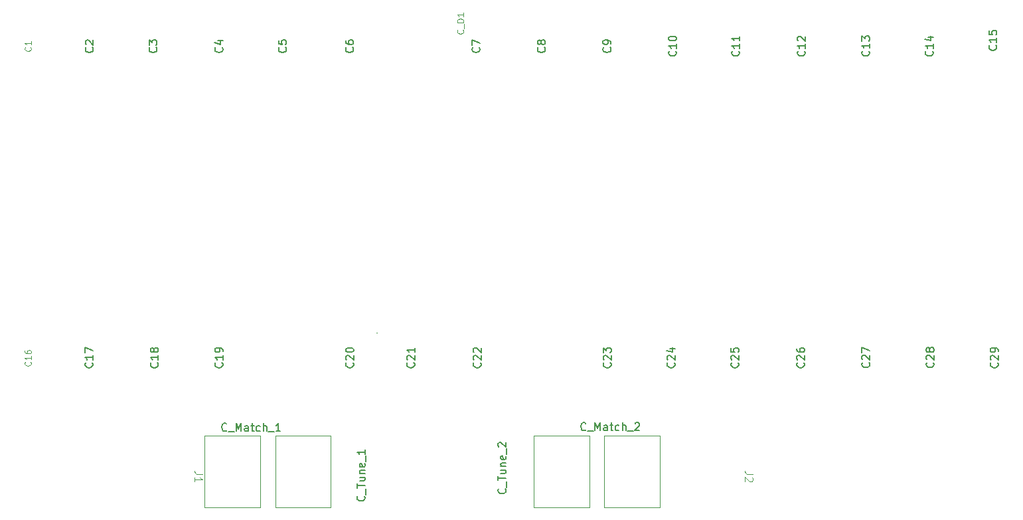
<source format=gbr>
%TF.GenerationSoftware,KiCad,Pcbnew,9.0.4*%
%TF.CreationDate,2025-11-24T10:01:02-06:00*%
%TF.ProjectId,birdcage_rat_head,62697264-6361-4676-955f-7261745f6865,rev?*%
%TF.SameCoordinates,Original*%
%TF.FileFunction,Legend,Top*%
%TF.FilePolarity,Positive*%
%FSLAX46Y46*%
G04 Gerber Fmt 4.6, Leading zero omitted, Abs format (unit mm)*
G04 Created by KiCad (PCBNEW 9.0.4) date 2025-11-24 10:01:02*
%MOMM*%
%LPD*%
G01*
G04 APERTURE LIST*
%ADD10C,0.100000*%
%ADD11C,0.150000*%
G04 APERTURE END LIST*
D10*
X109042340Y-81798000D02*
G75*
G02*
X108997618Y-81798000I-22361J0D01*
G01*
X108997618Y-81798000D02*
G75*
G02*
X109042340Y-81798000I22361J0D01*
G01*
D11*
X107369580Y-102602857D02*
X107417200Y-102650476D01*
X107417200Y-102650476D02*
X107464819Y-102793333D01*
X107464819Y-102793333D02*
X107464819Y-102888571D01*
X107464819Y-102888571D02*
X107417200Y-103031428D01*
X107417200Y-103031428D02*
X107321961Y-103126666D01*
X107321961Y-103126666D02*
X107226723Y-103174285D01*
X107226723Y-103174285D02*
X107036247Y-103221904D01*
X107036247Y-103221904D02*
X106893390Y-103221904D01*
X106893390Y-103221904D02*
X106702914Y-103174285D01*
X106702914Y-103174285D02*
X106607676Y-103126666D01*
X106607676Y-103126666D02*
X106512438Y-103031428D01*
X106512438Y-103031428D02*
X106464819Y-102888571D01*
X106464819Y-102888571D02*
X106464819Y-102793333D01*
X106464819Y-102793333D02*
X106512438Y-102650476D01*
X106512438Y-102650476D02*
X106560057Y-102602857D01*
X107560057Y-102412381D02*
X107560057Y-101650476D01*
X106464819Y-101555237D02*
X106464819Y-100983809D01*
X107464819Y-101269523D02*
X106464819Y-101269523D01*
X106798152Y-100221904D02*
X107464819Y-100221904D01*
X106798152Y-100650475D02*
X107321961Y-100650475D01*
X107321961Y-100650475D02*
X107417200Y-100602856D01*
X107417200Y-100602856D02*
X107464819Y-100507618D01*
X107464819Y-100507618D02*
X107464819Y-100364761D01*
X107464819Y-100364761D02*
X107417200Y-100269523D01*
X107417200Y-100269523D02*
X107369580Y-100221904D01*
X106798152Y-99745713D02*
X107464819Y-99745713D01*
X106893390Y-99745713D02*
X106845771Y-99698094D01*
X106845771Y-99698094D02*
X106798152Y-99602856D01*
X106798152Y-99602856D02*
X106798152Y-99459999D01*
X106798152Y-99459999D02*
X106845771Y-99364761D01*
X106845771Y-99364761D02*
X106941009Y-99317142D01*
X106941009Y-99317142D02*
X107464819Y-99317142D01*
X107417200Y-98459999D02*
X107464819Y-98555237D01*
X107464819Y-98555237D02*
X107464819Y-98745713D01*
X107464819Y-98745713D02*
X107417200Y-98840951D01*
X107417200Y-98840951D02*
X107321961Y-98888570D01*
X107321961Y-98888570D02*
X106941009Y-98888570D01*
X106941009Y-98888570D02*
X106845771Y-98840951D01*
X106845771Y-98840951D02*
X106798152Y-98745713D01*
X106798152Y-98745713D02*
X106798152Y-98555237D01*
X106798152Y-98555237D02*
X106845771Y-98459999D01*
X106845771Y-98459999D02*
X106941009Y-98412380D01*
X106941009Y-98412380D02*
X107036247Y-98412380D01*
X107036247Y-98412380D02*
X107131485Y-98888570D01*
X107560057Y-98221904D02*
X107560057Y-97459999D01*
X107464819Y-96698094D02*
X107464819Y-97269522D01*
X107464819Y-96983808D02*
X106464819Y-96983808D01*
X106464819Y-96983808D02*
X106607676Y-97079046D01*
X106607676Y-97079046D02*
X106702914Y-97174284D01*
X106702914Y-97174284D02*
X106750533Y-97269522D01*
D10*
X86732622Y-99766666D02*
X86018337Y-99766666D01*
X86018337Y-99766666D02*
X85875480Y-99719047D01*
X85875480Y-99719047D02*
X85780242Y-99623809D01*
X85780242Y-99623809D02*
X85732622Y-99480952D01*
X85732622Y-99480952D02*
X85732622Y-99385714D01*
X85732622Y-100766666D02*
X85732622Y-100195238D01*
X85732622Y-100480952D02*
X86732622Y-100480952D01*
X86732622Y-100480952D02*
X86589765Y-100385714D01*
X86589765Y-100385714D02*
X86494527Y-100290476D01*
X86494527Y-100290476D02*
X86446908Y-100195238D01*
D11*
X146914612Y-85600857D02*
X146962232Y-85648476D01*
X146962232Y-85648476D02*
X147009851Y-85791333D01*
X147009851Y-85791333D02*
X147009851Y-85886571D01*
X147009851Y-85886571D02*
X146962232Y-86029428D01*
X146962232Y-86029428D02*
X146866993Y-86124666D01*
X146866993Y-86124666D02*
X146771755Y-86172285D01*
X146771755Y-86172285D02*
X146581279Y-86219904D01*
X146581279Y-86219904D02*
X146438422Y-86219904D01*
X146438422Y-86219904D02*
X146247946Y-86172285D01*
X146247946Y-86172285D02*
X146152708Y-86124666D01*
X146152708Y-86124666D02*
X146057470Y-86029428D01*
X146057470Y-86029428D02*
X146009851Y-85886571D01*
X146009851Y-85886571D02*
X146009851Y-85791333D01*
X146009851Y-85791333D02*
X146057470Y-85648476D01*
X146057470Y-85648476D02*
X146105089Y-85600857D01*
X146105089Y-85219904D02*
X146057470Y-85172285D01*
X146057470Y-85172285D02*
X146009851Y-85077047D01*
X146009851Y-85077047D02*
X146009851Y-84838952D01*
X146009851Y-84838952D02*
X146057470Y-84743714D01*
X146057470Y-84743714D02*
X146105089Y-84696095D01*
X146105089Y-84696095D02*
X146200327Y-84648476D01*
X146200327Y-84648476D02*
X146295565Y-84648476D01*
X146295565Y-84648476D02*
X146438422Y-84696095D01*
X146438422Y-84696095D02*
X147009851Y-85267523D01*
X147009851Y-85267523D02*
X147009851Y-84648476D01*
X146343184Y-83791333D02*
X147009851Y-83791333D01*
X145962232Y-84029428D02*
X146676517Y-84267523D01*
X146676517Y-84267523D02*
X146676517Y-83648476D01*
X179845584Y-45880856D02*
X179893204Y-45928475D01*
X179893204Y-45928475D02*
X179940823Y-46071332D01*
X179940823Y-46071332D02*
X179940823Y-46166570D01*
X179940823Y-46166570D02*
X179893204Y-46309427D01*
X179893204Y-46309427D02*
X179797965Y-46404665D01*
X179797965Y-46404665D02*
X179702727Y-46452284D01*
X179702727Y-46452284D02*
X179512251Y-46499903D01*
X179512251Y-46499903D02*
X179369394Y-46499903D01*
X179369394Y-46499903D02*
X179178918Y-46452284D01*
X179178918Y-46452284D02*
X179083680Y-46404665D01*
X179083680Y-46404665D02*
X178988442Y-46309427D01*
X178988442Y-46309427D02*
X178940823Y-46166570D01*
X178940823Y-46166570D02*
X178940823Y-46071332D01*
X178940823Y-46071332D02*
X178988442Y-45928475D01*
X178988442Y-45928475D02*
X179036061Y-45880856D01*
X179940823Y-44928475D02*
X179940823Y-45499903D01*
X179940823Y-45214189D02*
X178940823Y-45214189D01*
X178940823Y-45214189D02*
X179083680Y-45309427D01*
X179083680Y-45309427D02*
X179178918Y-45404665D01*
X179178918Y-45404665D02*
X179226537Y-45499903D01*
X179274156Y-44071332D02*
X179940823Y-44071332D01*
X178893204Y-44309427D02*
X179607489Y-44547522D01*
X179607489Y-44547522D02*
X179607489Y-43928475D01*
D10*
X64811304Y-85502285D02*
X64849400Y-85540381D01*
X64849400Y-85540381D02*
X64887495Y-85654666D01*
X64887495Y-85654666D02*
X64887495Y-85730857D01*
X64887495Y-85730857D02*
X64849400Y-85845143D01*
X64849400Y-85845143D02*
X64773209Y-85921333D01*
X64773209Y-85921333D02*
X64697019Y-85959428D01*
X64697019Y-85959428D02*
X64544638Y-85997524D01*
X64544638Y-85997524D02*
X64430352Y-85997524D01*
X64430352Y-85997524D02*
X64277971Y-85959428D01*
X64277971Y-85959428D02*
X64201780Y-85921333D01*
X64201780Y-85921333D02*
X64125590Y-85845143D01*
X64125590Y-85845143D02*
X64087495Y-85730857D01*
X64087495Y-85730857D02*
X64087495Y-85654666D01*
X64087495Y-85654666D02*
X64125590Y-85540381D01*
X64125590Y-85540381D02*
X64163685Y-85502285D01*
X64887495Y-84740381D02*
X64887495Y-85197524D01*
X64887495Y-84968952D02*
X64087495Y-84968952D01*
X64087495Y-84968952D02*
X64201780Y-85045143D01*
X64201780Y-85045143D02*
X64277971Y-85121333D01*
X64277971Y-85121333D02*
X64316066Y-85197524D01*
X64087495Y-84054666D02*
X64087495Y-84207047D01*
X64087495Y-84207047D02*
X64125590Y-84283238D01*
X64125590Y-84283238D02*
X64163685Y-84321333D01*
X64163685Y-84321333D02*
X64277971Y-84397523D01*
X64277971Y-84397523D02*
X64430352Y-84435619D01*
X64430352Y-84435619D02*
X64735114Y-84435619D01*
X64735114Y-84435619D02*
X64811304Y-84397523D01*
X64811304Y-84397523D02*
X64849400Y-84359428D01*
X64849400Y-84359428D02*
X64887495Y-84283238D01*
X64887495Y-84283238D02*
X64887495Y-84130857D01*
X64887495Y-84130857D02*
X64849400Y-84054666D01*
X64849400Y-84054666D02*
X64811304Y-84016571D01*
X64811304Y-84016571D02*
X64735114Y-83978476D01*
X64735114Y-83978476D02*
X64544638Y-83978476D01*
X64544638Y-83978476D02*
X64468447Y-84016571D01*
X64468447Y-84016571D02*
X64430352Y-84054666D01*
X64430352Y-84054666D02*
X64392257Y-84130857D01*
X64392257Y-84130857D02*
X64392257Y-84283238D01*
X64392257Y-84283238D02*
X64430352Y-84359428D01*
X64430352Y-84359428D02*
X64468447Y-84397523D01*
X64468447Y-84397523D02*
X64544638Y-84435619D01*
D11*
X89840951Y-94219580D02*
X89793332Y-94267200D01*
X89793332Y-94267200D02*
X89650475Y-94314819D01*
X89650475Y-94314819D02*
X89555237Y-94314819D01*
X89555237Y-94314819D02*
X89412380Y-94267200D01*
X89412380Y-94267200D02*
X89317142Y-94171961D01*
X89317142Y-94171961D02*
X89269523Y-94076723D01*
X89269523Y-94076723D02*
X89221904Y-93886247D01*
X89221904Y-93886247D02*
X89221904Y-93743390D01*
X89221904Y-93743390D02*
X89269523Y-93552914D01*
X89269523Y-93552914D02*
X89317142Y-93457676D01*
X89317142Y-93457676D02*
X89412380Y-93362438D01*
X89412380Y-93362438D02*
X89555237Y-93314819D01*
X89555237Y-93314819D02*
X89650475Y-93314819D01*
X89650475Y-93314819D02*
X89793332Y-93362438D01*
X89793332Y-93362438D02*
X89840951Y-93410057D01*
X90031428Y-94410057D02*
X90793332Y-94410057D01*
X91031428Y-94314819D02*
X91031428Y-93314819D01*
X91031428Y-93314819D02*
X91364761Y-94029104D01*
X91364761Y-94029104D02*
X91698094Y-93314819D01*
X91698094Y-93314819D02*
X91698094Y-94314819D01*
X92602856Y-94314819D02*
X92602856Y-93791009D01*
X92602856Y-93791009D02*
X92555237Y-93695771D01*
X92555237Y-93695771D02*
X92459999Y-93648152D01*
X92459999Y-93648152D02*
X92269523Y-93648152D01*
X92269523Y-93648152D02*
X92174285Y-93695771D01*
X92602856Y-94267200D02*
X92507618Y-94314819D01*
X92507618Y-94314819D02*
X92269523Y-94314819D01*
X92269523Y-94314819D02*
X92174285Y-94267200D01*
X92174285Y-94267200D02*
X92126666Y-94171961D01*
X92126666Y-94171961D02*
X92126666Y-94076723D01*
X92126666Y-94076723D02*
X92174285Y-93981485D01*
X92174285Y-93981485D02*
X92269523Y-93933866D01*
X92269523Y-93933866D02*
X92507618Y-93933866D01*
X92507618Y-93933866D02*
X92602856Y-93886247D01*
X92936190Y-93648152D02*
X93317142Y-93648152D01*
X93079047Y-93314819D02*
X93079047Y-94171961D01*
X93079047Y-94171961D02*
X93126666Y-94267200D01*
X93126666Y-94267200D02*
X93221904Y-94314819D01*
X93221904Y-94314819D02*
X93317142Y-94314819D01*
X94079047Y-94267200D02*
X93983809Y-94314819D01*
X93983809Y-94314819D02*
X93793333Y-94314819D01*
X93793333Y-94314819D02*
X93698095Y-94267200D01*
X93698095Y-94267200D02*
X93650476Y-94219580D01*
X93650476Y-94219580D02*
X93602857Y-94124342D01*
X93602857Y-94124342D02*
X93602857Y-93838628D01*
X93602857Y-93838628D02*
X93650476Y-93743390D01*
X93650476Y-93743390D02*
X93698095Y-93695771D01*
X93698095Y-93695771D02*
X93793333Y-93648152D01*
X93793333Y-93648152D02*
X93983809Y-93648152D01*
X93983809Y-93648152D02*
X94079047Y-93695771D01*
X94507619Y-94314819D02*
X94507619Y-93314819D01*
X94936190Y-94314819D02*
X94936190Y-93791009D01*
X94936190Y-93791009D02*
X94888571Y-93695771D01*
X94888571Y-93695771D02*
X94793333Y-93648152D01*
X94793333Y-93648152D02*
X94650476Y-93648152D01*
X94650476Y-93648152D02*
X94555238Y-93695771D01*
X94555238Y-93695771D02*
X94507619Y-93743390D01*
X95174286Y-94410057D02*
X95936190Y-94410057D01*
X96698095Y-94314819D02*
X96126667Y-94314819D01*
X96412381Y-94314819D02*
X96412381Y-93314819D01*
X96412381Y-93314819D02*
X96317143Y-93457676D01*
X96317143Y-93457676D02*
X96221905Y-93552914D01*
X96221905Y-93552914D02*
X96126667Y-93600533D01*
X113713640Y-85600857D02*
X113761260Y-85648476D01*
X113761260Y-85648476D02*
X113808879Y-85791333D01*
X113808879Y-85791333D02*
X113808879Y-85886571D01*
X113808879Y-85886571D02*
X113761260Y-86029428D01*
X113761260Y-86029428D02*
X113666021Y-86124666D01*
X113666021Y-86124666D02*
X113570783Y-86172285D01*
X113570783Y-86172285D02*
X113380307Y-86219904D01*
X113380307Y-86219904D02*
X113237450Y-86219904D01*
X113237450Y-86219904D02*
X113046974Y-86172285D01*
X113046974Y-86172285D02*
X112951736Y-86124666D01*
X112951736Y-86124666D02*
X112856498Y-86029428D01*
X112856498Y-86029428D02*
X112808879Y-85886571D01*
X112808879Y-85886571D02*
X112808879Y-85791333D01*
X112808879Y-85791333D02*
X112856498Y-85648476D01*
X112856498Y-85648476D02*
X112904117Y-85600857D01*
X112904117Y-85219904D02*
X112856498Y-85172285D01*
X112856498Y-85172285D02*
X112808879Y-85077047D01*
X112808879Y-85077047D02*
X112808879Y-84838952D01*
X112808879Y-84838952D02*
X112856498Y-84743714D01*
X112856498Y-84743714D02*
X112904117Y-84696095D01*
X112904117Y-84696095D02*
X112999355Y-84648476D01*
X112999355Y-84648476D02*
X113094593Y-84648476D01*
X113094593Y-84648476D02*
X113237450Y-84696095D01*
X113237450Y-84696095D02*
X113808879Y-85267523D01*
X113808879Y-85267523D02*
X113808879Y-84648476D01*
X113808879Y-83696095D02*
X113808879Y-84267523D01*
X113808879Y-83981809D02*
X112808879Y-83981809D01*
X112808879Y-83981809D02*
X112951736Y-84077047D01*
X112951736Y-84077047D02*
X113046974Y-84172285D01*
X113046974Y-84172285D02*
X113094593Y-84267523D01*
D10*
X64821304Y-45371331D02*
X64859400Y-45409427D01*
X64859400Y-45409427D02*
X64897495Y-45523712D01*
X64897495Y-45523712D02*
X64897495Y-45599903D01*
X64897495Y-45599903D02*
X64859400Y-45714189D01*
X64859400Y-45714189D02*
X64783209Y-45790379D01*
X64783209Y-45790379D02*
X64707019Y-45828474D01*
X64707019Y-45828474D02*
X64554638Y-45866570D01*
X64554638Y-45866570D02*
X64440352Y-45866570D01*
X64440352Y-45866570D02*
X64287971Y-45828474D01*
X64287971Y-45828474D02*
X64211780Y-45790379D01*
X64211780Y-45790379D02*
X64135590Y-45714189D01*
X64135590Y-45714189D02*
X64097495Y-45599903D01*
X64097495Y-45599903D02*
X64097495Y-45523712D01*
X64097495Y-45523712D02*
X64135590Y-45409427D01*
X64135590Y-45409427D02*
X64173685Y-45371331D01*
X64897495Y-44609427D02*
X64897495Y-45066570D01*
X64897495Y-44837998D02*
X64097495Y-44837998D01*
X64097495Y-44837998D02*
X64211780Y-44914189D01*
X64211780Y-44914189D02*
X64287971Y-44990379D01*
X64287971Y-44990379D02*
X64326066Y-45066570D01*
D11*
X147114612Y-45880856D02*
X147162232Y-45928475D01*
X147162232Y-45928475D02*
X147209851Y-46071332D01*
X147209851Y-46071332D02*
X147209851Y-46166570D01*
X147209851Y-46166570D02*
X147162232Y-46309427D01*
X147162232Y-46309427D02*
X147066993Y-46404665D01*
X147066993Y-46404665D02*
X146971755Y-46452284D01*
X146971755Y-46452284D02*
X146781279Y-46499903D01*
X146781279Y-46499903D02*
X146638422Y-46499903D01*
X146638422Y-46499903D02*
X146447946Y-46452284D01*
X146447946Y-46452284D02*
X146352708Y-46404665D01*
X146352708Y-46404665D02*
X146257470Y-46309427D01*
X146257470Y-46309427D02*
X146209851Y-46166570D01*
X146209851Y-46166570D02*
X146209851Y-46071332D01*
X146209851Y-46071332D02*
X146257470Y-45928475D01*
X146257470Y-45928475D02*
X146305089Y-45880856D01*
X147209851Y-44928475D02*
X147209851Y-45499903D01*
X147209851Y-45214189D02*
X146209851Y-45214189D01*
X146209851Y-45214189D02*
X146352708Y-45309427D01*
X146352708Y-45309427D02*
X146447946Y-45404665D01*
X146447946Y-45404665D02*
X146495565Y-45499903D01*
X146209851Y-44309427D02*
X146209851Y-44214189D01*
X146209851Y-44214189D02*
X146257470Y-44118951D01*
X146257470Y-44118951D02*
X146305089Y-44071332D01*
X146305089Y-44071332D02*
X146400327Y-44023713D01*
X146400327Y-44023713D02*
X146590803Y-43976094D01*
X146590803Y-43976094D02*
X146828898Y-43976094D01*
X146828898Y-43976094D02*
X147019374Y-44023713D01*
X147019374Y-44023713D02*
X147114612Y-44071332D01*
X147114612Y-44071332D02*
X147162232Y-44118951D01*
X147162232Y-44118951D02*
X147209851Y-44214189D01*
X147209851Y-44214189D02*
X147209851Y-44309427D01*
X147209851Y-44309427D02*
X147162232Y-44404665D01*
X147162232Y-44404665D02*
X147114612Y-44452284D01*
X147114612Y-44452284D02*
X147019374Y-44499903D01*
X147019374Y-44499903D02*
X146828898Y-44547522D01*
X146828898Y-44547522D02*
X146590803Y-44547522D01*
X146590803Y-44547522D02*
X146400327Y-44499903D01*
X146400327Y-44499903D02*
X146305089Y-44452284D01*
X146305089Y-44452284D02*
X146257470Y-44404665D01*
X146257470Y-44404665D02*
X146209851Y-44309427D01*
X81022667Y-85600857D02*
X81070287Y-85648476D01*
X81070287Y-85648476D02*
X81117906Y-85791333D01*
X81117906Y-85791333D02*
X81117906Y-85886571D01*
X81117906Y-85886571D02*
X81070287Y-86029428D01*
X81070287Y-86029428D02*
X80975048Y-86124666D01*
X80975048Y-86124666D02*
X80879810Y-86172285D01*
X80879810Y-86172285D02*
X80689334Y-86219904D01*
X80689334Y-86219904D02*
X80546477Y-86219904D01*
X80546477Y-86219904D02*
X80356001Y-86172285D01*
X80356001Y-86172285D02*
X80260763Y-86124666D01*
X80260763Y-86124666D02*
X80165525Y-86029428D01*
X80165525Y-86029428D02*
X80117906Y-85886571D01*
X80117906Y-85886571D02*
X80117906Y-85791333D01*
X80117906Y-85791333D02*
X80165525Y-85648476D01*
X80165525Y-85648476D02*
X80213144Y-85600857D01*
X81117906Y-84648476D02*
X81117906Y-85219904D01*
X81117906Y-84934190D02*
X80117906Y-84934190D01*
X80117906Y-84934190D02*
X80260763Y-85029428D01*
X80260763Y-85029428D02*
X80356001Y-85124666D01*
X80356001Y-85124666D02*
X80403620Y-85219904D01*
X80546477Y-84077047D02*
X80498858Y-84172285D01*
X80498858Y-84172285D02*
X80451239Y-84219904D01*
X80451239Y-84219904D02*
X80356001Y-84267523D01*
X80356001Y-84267523D02*
X80308382Y-84267523D01*
X80308382Y-84267523D02*
X80213144Y-84219904D01*
X80213144Y-84219904D02*
X80165525Y-84172285D01*
X80165525Y-84172285D02*
X80117906Y-84077047D01*
X80117906Y-84077047D02*
X80117906Y-83886571D01*
X80117906Y-83886571D02*
X80165525Y-83791333D01*
X80165525Y-83791333D02*
X80213144Y-83743714D01*
X80213144Y-83743714D02*
X80308382Y-83696095D01*
X80308382Y-83696095D02*
X80356001Y-83696095D01*
X80356001Y-83696095D02*
X80451239Y-83743714D01*
X80451239Y-83743714D02*
X80498858Y-83791333D01*
X80498858Y-83791333D02*
X80546477Y-83886571D01*
X80546477Y-83886571D02*
X80546477Y-84077047D01*
X80546477Y-84077047D02*
X80594096Y-84172285D01*
X80594096Y-84172285D02*
X80641715Y-84219904D01*
X80641715Y-84219904D02*
X80736953Y-84267523D01*
X80736953Y-84267523D02*
X80927429Y-84267523D01*
X80927429Y-84267523D02*
X81022667Y-84219904D01*
X81022667Y-84219904D02*
X81070287Y-84172285D01*
X81070287Y-84172285D02*
X81117906Y-84077047D01*
X81117906Y-84077047D02*
X81117906Y-83886571D01*
X81117906Y-83886571D02*
X81070287Y-83791333D01*
X81070287Y-83791333D02*
X81022667Y-83743714D01*
X81022667Y-83743714D02*
X80927429Y-83696095D01*
X80927429Y-83696095D02*
X80736953Y-83696095D01*
X80736953Y-83696095D02*
X80641715Y-83743714D01*
X80641715Y-83743714D02*
X80594096Y-83791333D01*
X80594096Y-83791333D02*
X80546477Y-83886571D01*
X72677424Y-85600857D02*
X72725044Y-85648476D01*
X72725044Y-85648476D02*
X72772663Y-85791333D01*
X72772663Y-85791333D02*
X72772663Y-85886571D01*
X72772663Y-85886571D02*
X72725044Y-86029428D01*
X72725044Y-86029428D02*
X72629805Y-86124666D01*
X72629805Y-86124666D02*
X72534567Y-86172285D01*
X72534567Y-86172285D02*
X72344091Y-86219904D01*
X72344091Y-86219904D02*
X72201234Y-86219904D01*
X72201234Y-86219904D02*
X72010758Y-86172285D01*
X72010758Y-86172285D02*
X71915520Y-86124666D01*
X71915520Y-86124666D02*
X71820282Y-86029428D01*
X71820282Y-86029428D02*
X71772663Y-85886571D01*
X71772663Y-85886571D02*
X71772663Y-85791333D01*
X71772663Y-85791333D02*
X71820282Y-85648476D01*
X71820282Y-85648476D02*
X71867901Y-85600857D01*
X72772663Y-84648476D02*
X72772663Y-85219904D01*
X72772663Y-84934190D02*
X71772663Y-84934190D01*
X71772663Y-84934190D02*
X71915520Y-85029428D01*
X71915520Y-85029428D02*
X72010758Y-85124666D01*
X72010758Y-85124666D02*
X72058377Y-85219904D01*
X71772663Y-84315142D02*
X71772663Y-83648476D01*
X71772663Y-83648476D02*
X72772663Y-84077047D01*
X171760341Y-85580857D02*
X171807961Y-85628476D01*
X171807961Y-85628476D02*
X171855580Y-85771333D01*
X171855580Y-85771333D02*
X171855580Y-85866571D01*
X171855580Y-85866571D02*
X171807961Y-86009428D01*
X171807961Y-86009428D02*
X171712722Y-86104666D01*
X171712722Y-86104666D02*
X171617484Y-86152285D01*
X171617484Y-86152285D02*
X171427008Y-86199904D01*
X171427008Y-86199904D02*
X171284151Y-86199904D01*
X171284151Y-86199904D02*
X171093675Y-86152285D01*
X171093675Y-86152285D02*
X170998437Y-86104666D01*
X170998437Y-86104666D02*
X170903199Y-86009428D01*
X170903199Y-86009428D02*
X170855580Y-85866571D01*
X170855580Y-85866571D02*
X170855580Y-85771333D01*
X170855580Y-85771333D02*
X170903199Y-85628476D01*
X170903199Y-85628476D02*
X170950818Y-85580857D01*
X170950818Y-85199904D02*
X170903199Y-85152285D01*
X170903199Y-85152285D02*
X170855580Y-85057047D01*
X170855580Y-85057047D02*
X170855580Y-84818952D01*
X170855580Y-84818952D02*
X170903199Y-84723714D01*
X170903199Y-84723714D02*
X170950818Y-84676095D01*
X170950818Y-84676095D02*
X171046056Y-84628476D01*
X171046056Y-84628476D02*
X171141294Y-84628476D01*
X171141294Y-84628476D02*
X171284151Y-84676095D01*
X171284151Y-84676095D02*
X171855580Y-85247523D01*
X171855580Y-85247523D02*
X171855580Y-84628476D01*
X170855580Y-84295142D02*
X170855580Y-83628476D01*
X170855580Y-83628476D02*
X171855580Y-84057047D01*
X89257910Y-45404666D02*
X89305530Y-45452285D01*
X89305530Y-45452285D02*
X89353149Y-45595142D01*
X89353149Y-45595142D02*
X89353149Y-45690380D01*
X89353149Y-45690380D02*
X89305530Y-45833237D01*
X89305530Y-45833237D02*
X89210291Y-45928475D01*
X89210291Y-45928475D02*
X89115053Y-45976094D01*
X89115053Y-45976094D02*
X88924577Y-46023713D01*
X88924577Y-46023713D02*
X88781720Y-46023713D01*
X88781720Y-46023713D02*
X88591244Y-45976094D01*
X88591244Y-45976094D02*
X88496006Y-45928475D01*
X88496006Y-45928475D02*
X88400768Y-45833237D01*
X88400768Y-45833237D02*
X88353149Y-45690380D01*
X88353149Y-45690380D02*
X88353149Y-45595142D01*
X88353149Y-45595142D02*
X88400768Y-45452285D01*
X88400768Y-45452285D02*
X88448387Y-45404666D01*
X88686482Y-44547523D02*
X89353149Y-44547523D01*
X88305530Y-44785618D02*
X89019815Y-45023713D01*
X89019815Y-45023713D02*
X89019815Y-44404666D01*
X125359580Y-101652857D02*
X125407200Y-101700476D01*
X125407200Y-101700476D02*
X125454819Y-101843333D01*
X125454819Y-101843333D02*
X125454819Y-101938571D01*
X125454819Y-101938571D02*
X125407200Y-102081428D01*
X125407200Y-102081428D02*
X125311961Y-102176666D01*
X125311961Y-102176666D02*
X125216723Y-102224285D01*
X125216723Y-102224285D02*
X125026247Y-102271904D01*
X125026247Y-102271904D02*
X124883390Y-102271904D01*
X124883390Y-102271904D02*
X124692914Y-102224285D01*
X124692914Y-102224285D02*
X124597676Y-102176666D01*
X124597676Y-102176666D02*
X124502438Y-102081428D01*
X124502438Y-102081428D02*
X124454819Y-101938571D01*
X124454819Y-101938571D02*
X124454819Y-101843333D01*
X124454819Y-101843333D02*
X124502438Y-101700476D01*
X124502438Y-101700476D02*
X124550057Y-101652857D01*
X125550057Y-101462381D02*
X125550057Y-100700476D01*
X124454819Y-100605237D02*
X124454819Y-100033809D01*
X125454819Y-100319523D02*
X124454819Y-100319523D01*
X124788152Y-99271904D02*
X125454819Y-99271904D01*
X124788152Y-99700475D02*
X125311961Y-99700475D01*
X125311961Y-99700475D02*
X125407200Y-99652856D01*
X125407200Y-99652856D02*
X125454819Y-99557618D01*
X125454819Y-99557618D02*
X125454819Y-99414761D01*
X125454819Y-99414761D02*
X125407200Y-99319523D01*
X125407200Y-99319523D02*
X125359580Y-99271904D01*
X124788152Y-98795713D02*
X125454819Y-98795713D01*
X124883390Y-98795713D02*
X124835771Y-98748094D01*
X124835771Y-98748094D02*
X124788152Y-98652856D01*
X124788152Y-98652856D02*
X124788152Y-98509999D01*
X124788152Y-98509999D02*
X124835771Y-98414761D01*
X124835771Y-98414761D02*
X124931009Y-98367142D01*
X124931009Y-98367142D02*
X125454819Y-98367142D01*
X125407200Y-97509999D02*
X125454819Y-97605237D01*
X125454819Y-97605237D02*
X125454819Y-97795713D01*
X125454819Y-97795713D02*
X125407200Y-97890951D01*
X125407200Y-97890951D02*
X125311961Y-97938570D01*
X125311961Y-97938570D02*
X124931009Y-97938570D01*
X124931009Y-97938570D02*
X124835771Y-97890951D01*
X124835771Y-97890951D02*
X124788152Y-97795713D01*
X124788152Y-97795713D02*
X124788152Y-97605237D01*
X124788152Y-97605237D02*
X124835771Y-97509999D01*
X124835771Y-97509999D02*
X124931009Y-97462380D01*
X124931009Y-97462380D02*
X125026247Y-97462380D01*
X125026247Y-97462380D02*
X125121485Y-97938570D01*
X125550057Y-97271904D02*
X125550057Y-96509999D01*
X124550057Y-96319522D02*
X124502438Y-96271903D01*
X124502438Y-96271903D02*
X124454819Y-96176665D01*
X124454819Y-96176665D02*
X124454819Y-95938570D01*
X124454819Y-95938570D02*
X124502438Y-95843332D01*
X124502438Y-95843332D02*
X124550057Y-95795713D01*
X124550057Y-95795713D02*
X124645295Y-95748094D01*
X124645295Y-95748094D02*
X124740533Y-95748094D01*
X124740533Y-95748094D02*
X124883390Y-95795713D01*
X124883390Y-95795713D02*
X125454819Y-96367141D01*
X125454819Y-96367141D02*
X125454819Y-95748094D01*
X188150827Y-85600857D02*
X188198447Y-85648476D01*
X188198447Y-85648476D02*
X188246066Y-85791333D01*
X188246066Y-85791333D02*
X188246066Y-85886571D01*
X188246066Y-85886571D02*
X188198447Y-86029428D01*
X188198447Y-86029428D02*
X188103208Y-86124666D01*
X188103208Y-86124666D02*
X188007970Y-86172285D01*
X188007970Y-86172285D02*
X187817494Y-86219904D01*
X187817494Y-86219904D02*
X187674637Y-86219904D01*
X187674637Y-86219904D02*
X187484161Y-86172285D01*
X187484161Y-86172285D02*
X187388923Y-86124666D01*
X187388923Y-86124666D02*
X187293685Y-86029428D01*
X187293685Y-86029428D02*
X187246066Y-85886571D01*
X187246066Y-85886571D02*
X187246066Y-85791333D01*
X187246066Y-85791333D02*
X187293685Y-85648476D01*
X187293685Y-85648476D02*
X187341304Y-85600857D01*
X187341304Y-85219904D02*
X187293685Y-85172285D01*
X187293685Y-85172285D02*
X187246066Y-85077047D01*
X187246066Y-85077047D02*
X187246066Y-84838952D01*
X187246066Y-84838952D02*
X187293685Y-84743714D01*
X187293685Y-84743714D02*
X187341304Y-84696095D01*
X187341304Y-84696095D02*
X187436542Y-84648476D01*
X187436542Y-84648476D02*
X187531780Y-84648476D01*
X187531780Y-84648476D02*
X187674637Y-84696095D01*
X187674637Y-84696095D02*
X188246066Y-85267523D01*
X188246066Y-85267523D02*
X188246066Y-84648476D01*
X188246066Y-84172285D02*
X188246066Y-83981809D01*
X188246066Y-83981809D02*
X188198447Y-83886571D01*
X188198447Y-83886571D02*
X188150827Y-83838952D01*
X188150827Y-83838952D02*
X188007970Y-83743714D01*
X188007970Y-83743714D02*
X187817494Y-83696095D01*
X187817494Y-83696095D02*
X187436542Y-83696095D01*
X187436542Y-83696095D02*
X187341304Y-83743714D01*
X187341304Y-83743714D02*
X187293685Y-83791333D01*
X187293685Y-83791333D02*
X187246066Y-83886571D01*
X187246066Y-83886571D02*
X187246066Y-84077047D01*
X187246066Y-84077047D02*
X187293685Y-84172285D01*
X187293685Y-84172285D02*
X187341304Y-84219904D01*
X187341304Y-84219904D02*
X187436542Y-84267523D01*
X187436542Y-84267523D02*
X187674637Y-84267523D01*
X187674637Y-84267523D02*
X187769875Y-84219904D01*
X187769875Y-84219904D02*
X187817494Y-84172285D01*
X187817494Y-84172285D02*
X187865113Y-84077047D01*
X187865113Y-84077047D02*
X187865113Y-83886571D01*
X187865113Y-83886571D02*
X187817494Y-83791333D01*
X187817494Y-83791333D02*
X187769875Y-83743714D01*
X187769875Y-83743714D02*
X187674637Y-83696095D01*
X97363153Y-45404666D02*
X97410773Y-45452285D01*
X97410773Y-45452285D02*
X97458392Y-45595142D01*
X97458392Y-45595142D02*
X97458392Y-45690380D01*
X97458392Y-45690380D02*
X97410773Y-45833237D01*
X97410773Y-45833237D02*
X97315534Y-45928475D01*
X97315534Y-45928475D02*
X97220296Y-45976094D01*
X97220296Y-45976094D02*
X97029820Y-46023713D01*
X97029820Y-46023713D02*
X96886963Y-46023713D01*
X96886963Y-46023713D02*
X96696487Y-45976094D01*
X96696487Y-45976094D02*
X96601249Y-45928475D01*
X96601249Y-45928475D02*
X96506011Y-45833237D01*
X96506011Y-45833237D02*
X96458392Y-45690380D01*
X96458392Y-45690380D02*
X96458392Y-45595142D01*
X96458392Y-45595142D02*
X96506011Y-45452285D01*
X96506011Y-45452285D02*
X96553630Y-45404666D01*
X96458392Y-44499904D02*
X96458392Y-44976094D01*
X96458392Y-44976094D02*
X96934582Y-45023713D01*
X96934582Y-45023713D02*
X96886963Y-44976094D01*
X96886963Y-44976094D02*
X96839344Y-44880856D01*
X96839344Y-44880856D02*
X96839344Y-44642761D01*
X96839344Y-44642761D02*
X96886963Y-44547523D01*
X96886963Y-44547523D02*
X96934582Y-44499904D01*
X96934582Y-44499904D02*
X97029820Y-44452285D01*
X97029820Y-44452285D02*
X97267915Y-44452285D01*
X97267915Y-44452285D02*
X97363153Y-44499904D01*
X97363153Y-44499904D02*
X97410773Y-44547523D01*
X97410773Y-44547523D02*
X97458392Y-44642761D01*
X97458392Y-44642761D02*
X97458392Y-44880856D01*
X97458392Y-44880856D02*
X97410773Y-44976094D01*
X97410773Y-44976094D02*
X97363153Y-45023713D01*
D10*
X156932325Y-99776666D02*
X156218040Y-99776666D01*
X156218040Y-99776666D02*
X156075183Y-99729047D01*
X156075183Y-99729047D02*
X155979945Y-99633809D01*
X155979945Y-99633809D02*
X155932325Y-99490952D01*
X155932325Y-99490952D02*
X155932325Y-99395714D01*
X156837087Y-100205238D02*
X156884706Y-100252857D01*
X156884706Y-100252857D02*
X156932325Y-100348095D01*
X156932325Y-100348095D02*
X156932325Y-100586190D01*
X156932325Y-100586190D02*
X156884706Y-100681428D01*
X156884706Y-100681428D02*
X156837087Y-100729047D01*
X156837087Y-100729047D02*
X156741849Y-100776666D01*
X156741849Y-100776666D02*
X156646611Y-100776666D01*
X156646611Y-100776666D02*
X156503754Y-100729047D01*
X156503754Y-100729047D02*
X155932325Y-100157619D01*
X155932325Y-100157619D02*
X155932325Y-100776666D01*
D11*
X130374125Y-45404666D02*
X130421745Y-45452285D01*
X130421745Y-45452285D02*
X130469364Y-45595142D01*
X130469364Y-45595142D02*
X130469364Y-45690380D01*
X130469364Y-45690380D02*
X130421745Y-45833237D01*
X130421745Y-45833237D02*
X130326506Y-45928475D01*
X130326506Y-45928475D02*
X130231268Y-45976094D01*
X130231268Y-45976094D02*
X130040792Y-46023713D01*
X130040792Y-46023713D02*
X129897935Y-46023713D01*
X129897935Y-46023713D02*
X129707459Y-45976094D01*
X129707459Y-45976094D02*
X129612221Y-45928475D01*
X129612221Y-45928475D02*
X129516983Y-45833237D01*
X129516983Y-45833237D02*
X129469364Y-45690380D01*
X129469364Y-45690380D02*
X129469364Y-45595142D01*
X129469364Y-45595142D02*
X129516983Y-45452285D01*
X129516983Y-45452285D02*
X129564602Y-45404666D01*
X129897935Y-44833237D02*
X129850316Y-44928475D01*
X129850316Y-44928475D02*
X129802697Y-44976094D01*
X129802697Y-44976094D02*
X129707459Y-45023713D01*
X129707459Y-45023713D02*
X129659840Y-45023713D01*
X129659840Y-45023713D02*
X129564602Y-44976094D01*
X129564602Y-44976094D02*
X129516983Y-44928475D01*
X129516983Y-44928475D02*
X129469364Y-44833237D01*
X129469364Y-44833237D02*
X129469364Y-44642761D01*
X129469364Y-44642761D02*
X129516983Y-44547523D01*
X129516983Y-44547523D02*
X129564602Y-44499904D01*
X129564602Y-44499904D02*
X129659840Y-44452285D01*
X129659840Y-44452285D02*
X129707459Y-44452285D01*
X129707459Y-44452285D02*
X129802697Y-44499904D01*
X129802697Y-44499904D02*
X129850316Y-44547523D01*
X129850316Y-44547523D02*
X129897935Y-44642761D01*
X129897935Y-44642761D02*
X129897935Y-44833237D01*
X129897935Y-44833237D02*
X129945554Y-44928475D01*
X129945554Y-44928475D02*
X129993173Y-44976094D01*
X129993173Y-44976094D02*
X130088411Y-45023713D01*
X130088411Y-45023713D02*
X130278887Y-45023713D01*
X130278887Y-45023713D02*
X130374125Y-44976094D01*
X130374125Y-44976094D02*
X130421745Y-44928475D01*
X130421745Y-44928475D02*
X130469364Y-44833237D01*
X130469364Y-44833237D02*
X130469364Y-44642761D01*
X130469364Y-44642761D02*
X130421745Y-44547523D01*
X130421745Y-44547523D02*
X130374125Y-44499904D01*
X130374125Y-44499904D02*
X130278887Y-44452285D01*
X130278887Y-44452285D02*
X130088411Y-44452285D01*
X130088411Y-44452285D02*
X129993173Y-44499904D01*
X129993173Y-44499904D02*
X129945554Y-44547523D01*
X129945554Y-44547523D02*
X129897935Y-44642761D01*
X122188882Y-85600857D02*
X122236502Y-85648476D01*
X122236502Y-85648476D02*
X122284121Y-85791333D01*
X122284121Y-85791333D02*
X122284121Y-85886571D01*
X122284121Y-85886571D02*
X122236502Y-86029428D01*
X122236502Y-86029428D02*
X122141263Y-86124666D01*
X122141263Y-86124666D02*
X122046025Y-86172285D01*
X122046025Y-86172285D02*
X121855549Y-86219904D01*
X121855549Y-86219904D02*
X121712692Y-86219904D01*
X121712692Y-86219904D02*
X121522216Y-86172285D01*
X121522216Y-86172285D02*
X121426978Y-86124666D01*
X121426978Y-86124666D02*
X121331740Y-86029428D01*
X121331740Y-86029428D02*
X121284121Y-85886571D01*
X121284121Y-85886571D02*
X121284121Y-85791333D01*
X121284121Y-85791333D02*
X121331740Y-85648476D01*
X121331740Y-85648476D02*
X121379359Y-85600857D01*
X121379359Y-85219904D02*
X121331740Y-85172285D01*
X121331740Y-85172285D02*
X121284121Y-85077047D01*
X121284121Y-85077047D02*
X121284121Y-84838952D01*
X121284121Y-84838952D02*
X121331740Y-84743714D01*
X121331740Y-84743714D02*
X121379359Y-84696095D01*
X121379359Y-84696095D02*
X121474597Y-84648476D01*
X121474597Y-84648476D02*
X121569835Y-84648476D01*
X121569835Y-84648476D02*
X121712692Y-84696095D01*
X121712692Y-84696095D02*
X122284121Y-85267523D01*
X122284121Y-85267523D02*
X122284121Y-84648476D01*
X121379359Y-84267523D02*
X121331740Y-84219904D01*
X121331740Y-84219904D02*
X121284121Y-84124666D01*
X121284121Y-84124666D02*
X121284121Y-83886571D01*
X121284121Y-83886571D02*
X121331740Y-83791333D01*
X121331740Y-83791333D02*
X121379359Y-83743714D01*
X121379359Y-83743714D02*
X121474597Y-83696095D01*
X121474597Y-83696095D02*
X121569835Y-83696095D01*
X121569835Y-83696095D02*
X121712692Y-83743714D01*
X121712692Y-83743714D02*
X122284121Y-84315142D01*
X122284121Y-84315142D02*
X122284121Y-83696095D01*
X138749369Y-45404666D02*
X138796989Y-45452285D01*
X138796989Y-45452285D02*
X138844608Y-45595142D01*
X138844608Y-45595142D02*
X138844608Y-45690380D01*
X138844608Y-45690380D02*
X138796989Y-45833237D01*
X138796989Y-45833237D02*
X138701750Y-45928475D01*
X138701750Y-45928475D02*
X138606512Y-45976094D01*
X138606512Y-45976094D02*
X138416036Y-46023713D01*
X138416036Y-46023713D02*
X138273179Y-46023713D01*
X138273179Y-46023713D02*
X138082703Y-45976094D01*
X138082703Y-45976094D02*
X137987465Y-45928475D01*
X137987465Y-45928475D02*
X137892227Y-45833237D01*
X137892227Y-45833237D02*
X137844608Y-45690380D01*
X137844608Y-45690380D02*
X137844608Y-45595142D01*
X137844608Y-45595142D02*
X137892227Y-45452285D01*
X137892227Y-45452285D02*
X137939846Y-45404666D01*
X138844608Y-44928475D02*
X138844608Y-44737999D01*
X138844608Y-44737999D02*
X138796989Y-44642761D01*
X138796989Y-44642761D02*
X138749369Y-44595142D01*
X138749369Y-44595142D02*
X138606512Y-44499904D01*
X138606512Y-44499904D02*
X138416036Y-44452285D01*
X138416036Y-44452285D02*
X138035084Y-44452285D01*
X138035084Y-44452285D02*
X137939846Y-44499904D01*
X137939846Y-44499904D02*
X137892227Y-44547523D01*
X137892227Y-44547523D02*
X137844608Y-44642761D01*
X137844608Y-44642761D02*
X137844608Y-44833237D01*
X137844608Y-44833237D02*
X137892227Y-44928475D01*
X137892227Y-44928475D02*
X137939846Y-44976094D01*
X137939846Y-44976094D02*
X138035084Y-45023713D01*
X138035084Y-45023713D02*
X138273179Y-45023713D01*
X138273179Y-45023713D02*
X138368417Y-44976094D01*
X138368417Y-44976094D02*
X138416036Y-44928475D01*
X138416036Y-44928475D02*
X138463655Y-44833237D01*
X138463655Y-44833237D02*
X138463655Y-44642761D01*
X138463655Y-44642761D02*
X138416036Y-44547523D01*
X138416036Y-44547523D02*
X138368417Y-44499904D01*
X138368417Y-44499904D02*
X138273179Y-44452285D01*
X80852667Y-45404666D02*
X80900287Y-45452285D01*
X80900287Y-45452285D02*
X80947906Y-45595142D01*
X80947906Y-45595142D02*
X80947906Y-45690380D01*
X80947906Y-45690380D02*
X80900287Y-45833237D01*
X80900287Y-45833237D02*
X80805048Y-45928475D01*
X80805048Y-45928475D02*
X80709810Y-45976094D01*
X80709810Y-45976094D02*
X80519334Y-46023713D01*
X80519334Y-46023713D02*
X80376477Y-46023713D01*
X80376477Y-46023713D02*
X80186001Y-45976094D01*
X80186001Y-45976094D02*
X80090763Y-45928475D01*
X80090763Y-45928475D02*
X79995525Y-45833237D01*
X79995525Y-45833237D02*
X79947906Y-45690380D01*
X79947906Y-45690380D02*
X79947906Y-45595142D01*
X79947906Y-45595142D02*
X79995525Y-45452285D01*
X79995525Y-45452285D02*
X80043144Y-45404666D01*
X79947906Y-45071332D02*
X79947906Y-44452285D01*
X79947906Y-44452285D02*
X80328858Y-44785618D01*
X80328858Y-44785618D02*
X80328858Y-44642761D01*
X80328858Y-44642761D02*
X80376477Y-44547523D01*
X80376477Y-44547523D02*
X80424096Y-44499904D01*
X80424096Y-44499904D02*
X80519334Y-44452285D01*
X80519334Y-44452285D02*
X80757429Y-44452285D01*
X80757429Y-44452285D02*
X80852667Y-44499904D01*
X80852667Y-44499904D02*
X80900287Y-44547523D01*
X80900287Y-44547523D02*
X80947906Y-44642761D01*
X80947906Y-44642761D02*
X80947906Y-44928475D01*
X80947906Y-44928475D02*
X80900287Y-45023713D01*
X80900287Y-45023713D02*
X80852667Y-45071332D01*
X155049855Y-85600857D02*
X155097475Y-85648476D01*
X155097475Y-85648476D02*
X155145094Y-85791333D01*
X155145094Y-85791333D02*
X155145094Y-85886571D01*
X155145094Y-85886571D02*
X155097475Y-86029428D01*
X155097475Y-86029428D02*
X155002236Y-86124666D01*
X155002236Y-86124666D02*
X154906998Y-86172285D01*
X154906998Y-86172285D02*
X154716522Y-86219904D01*
X154716522Y-86219904D02*
X154573665Y-86219904D01*
X154573665Y-86219904D02*
X154383189Y-86172285D01*
X154383189Y-86172285D02*
X154287951Y-86124666D01*
X154287951Y-86124666D02*
X154192713Y-86029428D01*
X154192713Y-86029428D02*
X154145094Y-85886571D01*
X154145094Y-85886571D02*
X154145094Y-85791333D01*
X154145094Y-85791333D02*
X154192713Y-85648476D01*
X154192713Y-85648476D02*
X154240332Y-85600857D01*
X154240332Y-85219904D02*
X154192713Y-85172285D01*
X154192713Y-85172285D02*
X154145094Y-85077047D01*
X154145094Y-85077047D02*
X154145094Y-84838952D01*
X154145094Y-84838952D02*
X154192713Y-84743714D01*
X154192713Y-84743714D02*
X154240332Y-84696095D01*
X154240332Y-84696095D02*
X154335570Y-84648476D01*
X154335570Y-84648476D02*
X154430808Y-84648476D01*
X154430808Y-84648476D02*
X154573665Y-84696095D01*
X154573665Y-84696095D02*
X155145094Y-85267523D01*
X155145094Y-85267523D02*
X155145094Y-84648476D01*
X154145094Y-83743714D02*
X154145094Y-84219904D01*
X154145094Y-84219904D02*
X154621284Y-84267523D01*
X154621284Y-84267523D02*
X154573665Y-84219904D01*
X154573665Y-84219904D02*
X154526046Y-84124666D01*
X154526046Y-84124666D02*
X154526046Y-83886571D01*
X154526046Y-83886571D02*
X154573665Y-83791333D01*
X154573665Y-83791333D02*
X154621284Y-83743714D01*
X154621284Y-83743714D02*
X154716522Y-83696095D01*
X154716522Y-83696095D02*
X154954617Y-83696095D01*
X154954617Y-83696095D02*
X155049855Y-83743714D01*
X155049855Y-83743714D02*
X155097475Y-83791333D01*
X155097475Y-83791333D02*
X155145094Y-83886571D01*
X155145094Y-83886571D02*
X155145094Y-84124666D01*
X155145094Y-84124666D02*
X155097475Y-84219904D01*
X155097475Y-84219904D02*
X155049855Y-84267523D01*
X89247910Y-85600857D02*
X89295530Y-85648476D01*
X89295530Y-85648476D02*
X89343149Y-85791333D01*
X89343149Y-85791333D02*
X89343149Y-85886571D01*
X89343149Y-85886571D02*
X89295530Y-86029428D01*
X89295530Y-86029428D02*
X89200291Y-86124666D01*
X89200291Y-86124666D02*
X89105053Y-86172285D01*
X89105053Y-86172285D02*
X88914577Y-86219904D01*
X88914577Y-86219904D02*
X88771720Y-86219904D01*
X88771720Y-86219904D02*
X88581244Y-86172285D01*
X88581244Y-86172285D02*
X88486006Y-86124666D01*
X88486006Y-86124666D02*
X88390768Y-86029428D01*
X88390768Y-86029428D02*
X88343149Y-85886571D01*
X88343149Y-85886571D02*
X88343149Y-85791333D01*
X88343149Y-85791333D02*
X88390768Y-85648476D01*
X88390768Y-85648476D02*
X88438387Y-85600857D01*
X89343149Y-84648476D02*
X89343149Y-85219904D01*
X89343149Y-84934190D02*
X88343149Y-84934190D01*
X88343149Y-84934190D02*
X88486006Y-85029428D01*
X88486006Y-85029428D02*
X88581244Y-85124666D01*
X88581244Y-85124666D02*
X88628863Y-85219904D01*
X89343149Y-84172285D02*
X89343149Y-83981809D01*
X89343149Y-83981809D02*
X89295530Y-83886571D01*
X89295530Y-83886571D02*
X89247910Y-83838952D01*
X89247910Y-83838952D02*
X89105053Y-83743714D01*
X89105053Y-83743714D02*
X88914577Y-83696095D01*
X88914577Y-83696095D02*
X88533625Y-83696095D01*
X88533625Y-83696095D02*
X88438387Y-83743714D01*
X88438387Y-83743714D02*
X88390768Y-83791333D01*
X88390768Y-83791333D02*
X88343149Y-83886571D01*
X88343149Y-83886571D02*
X88343149Y-84077047D01*
X88343149Y-84077047D02*
X88390768Y-84172285D01*
X88390768Y-84172285D02*
X88438387Y-84219904D01*
X88438387Y-84219904D02*
X88533625Y-84267523D01*
X88533625Y-84267523D02*
X88771720Y-84267523D01*
X88771720Y-84267523D02*
X88866958Y-84219904D01*
X88866958Y-84219904D02*
X88914577Y-84172285D01*
X88914577Y-84172285D02*
X88962196Y-84077047D01*
X88962196Y-84077047D02*
X88962196Y-83886571D01*
X88962196Y-83886571D02*
X88914577Y-83791333D01*
X88914577Y-83791333D02*
X88866958Y-83743714D01*
X88866958Y-83743714D02*
X88771720Y-83696095D01*
D10*
X119948704Y-43168094D02*
X119986800Y-43206190D01*
X119986800Y-43206190D02*
X120024895Y-43320475D01*
X120024895Y-43320475D02*
X120024895Y-43396666D01*
X120024895Y-43396666D02*
X119986800Y-43510952D01*
X119986800Y-43510952D02*
X119910609Y-43587142D01*
X119910609Y-43587142D02*
X119834419Y-43625237D01*
X119834419Y-43625237D02*
X119682038Y-43663333D01*
X119682038Y-43663333D02*
X119567752Y-43663333D01*
X119567752Y-43663333D02*
X119415371Y-43625237D01*
X119415371Y-43625237D02*
X119339180Y-43587142D01*
X119339180Y-43587142D02*
X119262990Y-43510952D01*
X119262990Y-43510952D02*
X119224895Y-43396666D01*
X119224895Y-43396666D02*
X119224895Y-43320475D01*
X119224895Y-43320475D02*
X119262990Y-43206190D01*
X119262990Y-43206190D02*
X119301085Y-43168094D01*
X120101085Y-43015714D02*
X120101085Y-42406190D01*
X120024895Y-42215713D02*
X119224895Y-42215713D01*
X119224895Y-42215713D02*
X119224895Y-42025237D01*
X119224895Y-42025237D02*
X119262990Y-41910951D01*
X119262990Y-41910951D02*
X119339180Y-41834761D01*
X119339180Y-41834761D02*
X119415371Y-41796666D01*
X119415371Y-41796666D02*
X119567752Y-41758570D01*
X119567752Y-41758570D02*
X119682038Y-41758570D01*
X119682038Y-41758570D02*
X119834419Y-41796666D01*
X119834419Y-41796666D02*
X119910609Y-41834761D01*
X119910609Y-41834761D02*
X119986800Y-41910951D01*
X119986800Y-41910951D02*
X120024895Y-42025237D01*
X120024895Y-42025237D02*
X120024895Y-42215713D01*
X120024895Y-40996666D02*
X120024895Y-41453809D01*
X120024895Y-41225237D02*
X119224895Y-41225237D01*
X119224895Y-41225237D02*
X119339180Y-41301428D01*
X119339180Y-41301428D02*
X119415371Y-41377618D01*
X119415371Y-41377618D02*
X119453466Y-41453809D01*
D11*
X171740341Y-45870857D02*
X171787961Y-45918476D01*
X171787961Y-45918476D02*
X171835580Y-46061333D01*
X171835580Y-46061333D02*
X171835580Y-46156571D01*
X171835580Y-46156571D02*
X171787961Y-46299428D01*
X171787961Y-46299428D02*
X171692722Y-46394666D01*
X171692722Y-46394666D02*
X171597484Y-46442285D01*
X171597484Y-46442285D02*
X171407008Y-46489904D01*
X171407008Y-46489904D02*
X171264151Y-46489904D01*
X171264151Y-46489904D02*
X171073675Y-46442285D01*
X171073675Y-46442285D02*
X170978437Y-46394666D01*
X170978437Y-46394666D02*
X170883199Y-46299428D01*
X170883199Y-46299428D02*
X170835580Y-46156571D01*
X170835580Y-46156571D02*
X170835580Y-46061333D01*
X170835580Y-46061333D02*
X170883199Y-45918476D01*
X170883199Y-45918476D02*
X170930818Y-45870857D01*
X171835580Y-44918476D02*
X171835580Y-45489904D01*
X171835580Y-45204190D02*
X170835580Y-45204190D01*
X170835580Y-45204190D02*
X170978437Y-45299428D01*
X170978437Y-45299428D02*
X171073675Y-45394666D01*
X171073675Y-45394666D02*
X171121294Y-45489904D01*
X170835580Y-44585142D02*
X170835580Y-43966095D01*
X170835580Y-43966095D02*
X171216532Y-44299428D01*
X171216532Y-44299428D02*
X171216532Y-44156571D01*
X171216532Y-44156571D02*
X171264151Y-44061333D01*
X171264151Y-44061333D02*
X171311770Y-44013714D01*
X171311770Y-44013714D02*
X171407008Y-43966095D01*
X171407008Y-43966095D02*
X171645103Y-43966095D01*
X171645103Y-43966095D02*
X171740341Y-44013714D01*
X171740341Y-44013714D02*
X171787961Y-44061333D01*
X171787961Y-44061333D02*
X171835580Y-44156571D01*
X171835580Y-44156571D02*
X171835580Y-44442285D01*
X171835580Y-44442285D02*
X171787961Y-44537523D01*
X171787961Y-44537523D02*
X171740341Y-44585142D01*
X163525098Y-45880856D02*
X163572718Y-45928475D01*
X163572718Y-45928475D02*
X163620337Y-46071332D01*
X163620337Y-46071332D02*
X163620337Y-46166570D01*
X163620337Y-46166570D02*
X163572718Y-46309427D01*
X163572718Y-46309427D02*
X163477479Y-46404665D01*
X163477479Y-46404665D02*
X163382241Y-46452284D01*
X163382241Y-46452284D02*
X163191765Y-46499903D01*
X163191765Y-46499903D02*
X163048908Y-46499903D01*
X163048908Y-46499903D02*
X162858432Y-46452284D01*
X162858432Y-46452284D02*
X162763194Y-46404665D01*
X162763194Y-46404665D02*
X162667956Y-46309427D01*
X162667956Y-46309427D02*
X162620337Y-46166570D01*
X162620337Y-46166570D02*
X162620337Y-46071332D01*
X162620337Y-46071332D02*
X162667956Y-45928475D01*
X162667956Y-45928475D02*
X162715575Y-45880856D01*
X163620337Y-44928475D02*
X163620337Y-45499903D01*
X163620337Y-45214189D02*
X162620337Y-45214189D01*
X162620337Y-45214189D02*
X162763194Y-45309427D01*
X162763194Y-45309427D02*
X162858432Y-45404665D01*
X162858432Y-45404665D02*
X162906051Y-45499903D01*
X162715575Y-44547522D02*
X162667956Y-44499903D01*
X162667956Y-44499903D02*
X162620337Y-44404665D01*
X162620337Y-44404665D02*
X162620337Y-44166570D01*
X162620337Y-44166570D02*
X162667956Y-44071332D01*
X162667956Y-44071332D02*
X162715575Y-44023713D01*
X162715575Y-44023713D02*
X162810813Y-43976094D01*
X162810813Y-43976094D02*
X162906051Y-43976094D01*
X162906051Y-43976094D02*
X163048908Y-44023713D01*
X163048908Y-44023713D02*
X163620337Y-44595141D01*
X163620337Y-44595141D02*
X163620337Y-43976094D01*
X187960827Y-45132857D02*
X188008447Y-45180476D01*
X188008447Y-45180476D02*
X188056066Y-45323333D01*
X188056066Y-45323333D02*
X188056066Y-45418571D01*
X188056066Y-45418571D02*
X188008447Y-45561428D01*
X188008447Y-45561428D02*
X187913208Y-45656666D01*
X187913208Y-45656666D02*
X187817970Y-45704285D01*
X187817970Y-45704285D02*
X187627494Y-45751904D01*
X187627494Y-45751904D02*
X187484637Y-45751904D01*
X187484637Y-45751904D02*
X187294161Y-45704285D01*
X187294161Y-45704285D02*
X187198923Y-45656666D01*
X187198923Y-45656666D02*
X187103685Y-45561428D01*
X187103685Y-45561428D02*
X187056066Y-45418571D01*
X187056066Y-45418571D02*
X187056066Y-45323333D01*
X187056066Y-45323333D02*
X187103685Y-45180476D01*
X187103685Y-45180476D02*
X187151304Y-45132857D01*
X188056066Y-44180476D02*
X188056066Y-44751904D01*
X188056066Y-44466190D02*
X187056066Y-44466190D01*
X187056066Y-44466190D02*
X187198923Y-44561428D01*
X187198923Y-44561428D02*
X187294161Y-44656666D01*
X187294161Y-44656666D02*
X187341780Y-44751904D01*
X187056066Y-43275714D02*
X187056066Y-43751904D01*
X187056066Y-43751904D02*
X187532256Y-43799523D01*
X187532256Y-43799523D02*
X187484637Y-43751904D01*
X187484637Y-43751904D02*
X187437018Y-43656666D01*
X187437018Y-43656666D02*
X187437018Y-43418571D01*
X187437018Y-43418571D02*
X187484637Y-43323333D01*
X187484637Y-43323333D02*
X187532256Y-43275714D01*
X187532256Y-43275714D02*
X187627494Y-43228095D01*
X187627494Y-43228095D02*
X187865589Y-43228095D01*
X187865589Y-43228095D02*
X187960827Y-43275714D01*
X187960827Y-43275714D02*
X188008447Y-43323333D01*
X188008447Y-43323333D02*
X188056066Y-43418571D01*
X188056066Y-43418571D02*
X188056066Y-43656666D01*
X188056066Y-43656666D02*
X188008447Y-43751904D01*
X188008447Y-43751904D02*
X187960827Y-43799523D01*
X163455098Y-85600857D02*
X163502718Y-85648476D01*
X163502718Y-85648476D02*
X163550337Y-85791333D01*
X163550337Y-85791333D02*
X163550337Y-85886571D01*
X163550337Y-85886571D02*
X163502718Y-86029428D01*
X163502718Y-86029428D02*
X163407479Y-86124666D01*
X163407479Y-86124666D02*
X163312241Y-86172285D01*
X163312241Y-86172285D02*
X163121765Y-86219904D01*
X163121765Y-86219904D02*
X162978908Y-86219904D01*
X162978908Y-86219904D02*
X162788432Y-86172285D01*
X162788432Y-86172285D02*
X162693194Y-86124666D01*
X162693194Y-86124666D02*
X162597956Y-86029428D01*
X162597956Y-86029428D02*
X162550337Y-85886571D01*
X162550337Y-85886571D02*
X162550337Y-85791333D01*
X162550337Y-85791333D02*
X162597956Y-85648476D01*
X162597956Y-85648476D02*
X162645575Y-85600857D01*
X162645575Y-85219904D02*
X162597956Y-85172285D01*
X162597956Y-85172285D02*
X162550337Y-85077047D01*
X162550337Y-85077047D02*
X162550337Y-84838952D01*
X162550337Y-84838952D02*
X162597956Y-84743714D01*
X162597956Y-84743714D02*
X162645575Y-84696095D01*
X162645575Y-84696095D02*
X162740813Y-84648476D01*
X162740813Y-84648476D02*
X162836051Y-84648476D01*
X162836051Y-84648476D02*
X162978908Y-84696095D01*
X162978908Y-84696095D02*
X163550337Y-85267523D01*
X163550337Y-85267523D02*
X163550337Y-84648476D01*
X162550337Y-83791333D02*
X162550337Y-83981809D01*
X162550337Y-83981809D02*
X162597956Y-84077047D01*
X162597956Y-84077047D02*
X162645575Y-84124666D01*
X162645575Y-84124666D02*
X162788432Y-84219904D01*
X162788432Y-84219904D02*
X162978908Y-84267523D01*
X162978908Y-84267523D02*
X163359860Y-84267523D01*
X163359860Y-84267523D02*
X163455098Y-84219904D01*
X163455098Y-84219904D02*
X163502718Y-84172285D01*
X163502718Y-84172285D02*
X163550337Y-84077047D01*
X163550337Y-84077047D02*
X163550337Y-83886571D01*
X163550337Y-83886571D02*
X163502718Y-83791333D01*
X163502718Y-83791333D02*
X163455098Y-83743714D01*
X163455098Y-83743714D02*
X163359860Y-83696095D01*
X163359860Y-83696095D02*
X163121765Y-83696095D01*
X163121765Y-83696095D02*
X163026527Y-83743714D01*
X163026527Y-83743714D02*
X162978908Y-83791333D01*
X162978908Y-83791333D02*
X162931289Y-83886571D01*
X162931289Y-83886571D02*
X162931289Y-84077047D01*
X162931289Y-84077047D02*
X162978908Y-84172285D01*
X162978908Y-84172285D02*
X163026527Y-84219904D01*
X163026527Y-84219904D02*
X163121765Y-84267523D01*
X179955584Y-85580857D02*
X180003204Y-85628476D01*
X180003204Y-85628476D02*
X180050823Y-85771333D01*
X180050823Y-85771333D02*
X180050823Y-85866571D01*
X180050823Y-85866571D02*
X180003204Y-86009428D01*
X180003204Y-86009428D02*
X179907965Y-86104666D01*
X179907965Y-86104666D02*
X179812727Y-86152285D01*
X179812727Y-86152285D02*
X179622251Y-86199904D01*
X179622251Y-86199904D02*
X179479394Y-86199904D01*
X179479394Y-86199904D02*
X179288918Y-86152285D01*
X179288918Y-86152285D02*
X179193680Y-86104666D01*
X179193680Y-86104666D02*
X179098442Y-86009428D01*
X179098442Y-86009428D02*
X179050823Y-85866571D01*
X179050823Y-85866571D02*
X179050823Y-85771333D01*
X179050823Y-85771333D02*
X179098442Y-85628476D01*
X179098442Y-85628476D02*
X179146061Y-85580857D01*
X179146061Y-85199904D02*
X179098442Y-85152285D01*
X179098442Y-85152285D02*
X179050823Y-85057047D01*
X179050823Y-85057047D02*
X179050823Y-84818952D01*
X179050823Y-84818952D02*
X179098442Y-84723714D01*
X179098442Y-84723714D02*
X179146061Y-84676095D01*
X179146061Y-84676095D02*
X179241299Y-84628476D01*
X179241299Y-84628476D02*
X179336537Y-84628476D01*
X179336537Y-84628476D02*
X179479394Y-84676095D01*
X179479394Y-84676095D02*
X180050823Y-85247523D01*
X180050823Y-85247523D02*
X180050823Y-84628476D01*
X179479394Y-84057047D02*
X179431775Y-84152285D01*
X179431775Y-84152285D02*
X179384156Y-84199904D01*
X179384156Y-84199904D02*
X179288918Y-84247523D01*
X179288918Y-84247523D02*
X179241299Y-84247523D01*
X179241299Y-84247523D02*
X179146061Y-84199904D01*
X179146061Y-84199904D02*
X179098442Y-84152285D01*
X179098442Y-84152285D02*
X179050823Y-84057047D01*
X179050823Y-84057047D02*
X179050823Y-83866571D01*
X179050823Y-83866571D02*
X179098442Y-83771333D01*
X179098442Y-83771333D02*
X179146061Y-83723714D01*
X179146061Y-83723714D02*
X179241299Y-83676095D01*
X179241299Y-83676095D02*
X179288918Y-83676095D01*
X179288918Y-83676095D02*
X179384156Y-83723714D01*
X179384156Y-83723714D02*
X179431775Y-83771333D01*
X179431775Y-83771333D02*
X179479394Y-83866571D01*
X179479394Y-83866571D02*
X179479394Y-84057047D01*
X179479394Y-84057047D02*
X179527013Y-84152285D01*
X179527013Y-84152285D02*
X179574632Y-84199904D01*
X179574632Y-84199904D02*
X179669870Y-84247523D01*
X179669870Y-84247523D02*
X179860346Y-84247523D01*
X179860346Y-84247523D02*
X179955584Y-84199904D01*
X179955584Y-84199904D02*
X180003204Y-84152285D01*
X180003204Y-84152285D02*
X180050823Y-84057047D01*
X180050823Y-84057047D02*
X180050823Y-83866571D01*
X180050823Y-83866571D02*
X180003204Y-83771333D01*
X180003204Y-83771333D02*
X179955584Y-83723714D01*
X179955584Y-83723714D02*
X179860346Y-83676095D01*
X179860346Y-83676095D02*
X179669870Y-83676095D01*
X179669870Y-83676095D02*
X179574632Y-83723714D01*
X179574632Y-83723714D02*
X179527013Y-83771333D01*
X179527013Y-83771333D02*
X179479394Y-83866571D01*
X122048882Y-45404666D02*
X122096502Y-45452285D01*
X122096502Y-45452285D02*
X122144121Y-45595142D01*
X122144121Y-45595142D02*
X122144121Y-45690380D01*
X122144121Y-45690380D02*
X122096502Y-45833237D01*
X122096502Y-45833237D02*
X122001263Y-45928475D01*
X122001263Y-45928475D02*
X121906025Y-45976094D01*
X121906025Y-45976094D02*
X121715549Y-46023713D01*
X121715549Y-46023713D02*
X121572692Y-46023713D01*
X121572692Y-46023713D02*
X121382216Y-45976094D01*
X121382216Y-45976094D02*
X121286978Y-45928475D01*
X121286978Y-45928475D02*
X121191740Y-45833237D01*
X121191740Y-45833237D02*
X121144121Y-45690380D01*
X121144121Y-45690380D02*
X121144121Y-45595142D01*
X121144121Y-45595142D02*
X121191740Y-45452285D01*
X121191740Y-45452285D02*
X121239359Y-45404666D01*
X121144121Y-45071332D02*
X121144121Y-44404666D01*
X121144121Y-44404666D02*
X122144121Y-44833237D01*
X138779369Y-85600857D02*
X138826989Y-85648476D01*
X138826989Y-85648476D02*
X138874608Y-85791333D01*
X138874608Y-85791333D02*
X138874608Y-85886571D01*
X138874608Y-85886571D02*
X138826989Y-86029428D01*
X138826989Y-86029428D02*
X138731750Y-86124666D01*
X138731750Y-86124666D02*
X138636512Y-86172285D01*
X138636512Y-86172285D02*
X138446036Y-86219904D01*
X138446036Y-86219904D02*
X138303179Y-86219904D01*
X138303179Y-86219904D02*
X138112703Y-86172285D01*
X138112703Y-86172285D02*
X138017465Y-86124666D01*
X138017465Y-86124666D02*
X137922227Y-86029428D01*
X137922227Y-86029428D02*
X137874608Y-85886571D01*
X137874608Y-85886571D02*
X137874608Y-85791333D01*
X137874608Y-85791333D02*
X137922227Y-85648476D01*
X137922227Y-85648476D02*
X137969846Y-85600857D01*
X137969846Y-85219904D02*
X137922227Y-85172285D01*
X137922227Y-85172285D02*
X137874608Y-85077047D01*
X137874608Y-85077047D02*
X137874608Y-84838952D01*
X137874608Y-84838952D02*
X137922227Y-84743714D01*
X137922227Y-84743714D02*
X137969846Y-84696095D01*
X137969846Y-84696095D02*
X138065084Y-84648476D01*
X138065084Y-84648476D02*
X138160322Y-84648476D01*
X138160322Y-84648476D02*
X138303179Y-84696095D01*
X138303179Y-84696095D02*
X138874608Y-85267523D01*
X138874608Y-85267523D02*
X138874608Y-84648476D01*
X137874608Y-84315142D02*
X137874608Y-83696095D01*
X137874608Y-83696095D02*
X138255560Y-84029428D01*
X138255560Y-84029428D02*
X138255560Y-83886571D01*
X138255560Y-83886571D02*
X138303179Y-83791333D01*
X138303179Y-83791333D02*
X138350798Y-83743714D01*
X138350798Y-83743714D02*
X138446036Y-83696095D01*
X138446036Y-83696095D02*
X138684131Y-83696095D01*
X138684131Y-83696095D02*
X138779369Y-83743714D01*
X138779369Y-83743714D02*
X138826989Y-83791333D01*
X138826989Y-83791333D02*
X138874608Y-83886571D01*
X138874608Y-83886571D02*
X138874608Y-84172285D01*
X138874608Y-84172285D02*
X138826989Y-84267523D01*
X138826989Y-84267523D02*
X138779369Y-84315142D01*
X155149855Y-45880856D02*
X155197475Y-45928475D01*
X155197475Y-45928475D02*
X155245094Y-46071332D01*
X155245094Y-46071332D02*
X155245094Y-46166570D01*
X155245094Y-46166570D02*
X155197475Y-46309427D01*
X155197475Y-46309427D02*
X155102236Y-46404665D01*
X155102236Y-46404665D02*
X155006998Y-46452284D01*
X155006998Y-46452284D02*
X154816522Y-46499903D01*
X154816522Y-46499903D02*
X154673665Y-46499903D01*
X154673665Y-46499903D02*
X154483189Y-46452284D01*
X154483189Y-46452284D02*
X154387951Y-46404665D01*
X154387951Y-46404665D02*
X154292713Y-46309427D01*
X154292713Y-46309427D02*
X154245094Y-46166570D01*
X154245094Y-46166570D02*
X154245094Y-46071332D01*
X154245094Y-46071332D02*
X154292713Y-45928475D01*
X154292713Y-45928475D02*
X154340332Y-45880856D01*
X155245094Y-44928475D02*
X155245094Y-45499903D01*
X155245094Y-45214189D02*
X154245094Y-45214189D01*
X154245094Y-45214189D02*
X154387951Y-45309427D01*
X154387951Y-45309427D02*
X154483189Y-45404665D01*
X154483189Y-45404665D02*
X154530808Y-45499903D01*
X155245094Y-43976094D02*
X155245094Y-44547522D01*
X155245094Y-44261808D02*
X154245094Y-44261808D01*
X154245094Y-44261808D02*
X154387951Y-44357046D01*
X154387951Y-44357046D02*
X154483189Y-44452284D01*
X154483189Y-44452284D02*
X154530808Y-44547522D01*
X105938396Y-85600857D02*
X105986016Y-85648476D01*
X105986016Y-85648476D02*
X106033635Y-85791333D01*
X106033635Y-85791333D02*
X106033635Y-85886571D01*
X106033635Y-85886571D02*
X105986016Y-86029428D01*
X105986016Y-86029428D02*
X105890777Y-86124666D01*
X105890777Y-86124666D02*
X105795539Y-86172285D01*
X105795539Y-86172285D02*
X105605063Y-86219904D01*
X105605063Y-86219904D02*
X105462206Y-86219904D01*
X105462206Y-86219904D02*
X105271730Y-86172285D01*
X105271730Y-86172285D02*
X105176492Y-86124666D01*
X105176492Y-86124666D02*
X105081254Y-86029428D01*
X105081254Y-86029428D02*
X105033635Y-85886571D01*
X105033635Y-85886571D02*
X105033635Y-85791333D01*
X105033635Y-85791333D02*
X105081254Y-85648476D01*
X105081254Y-85648476D02*
X105128873Y-85600857D01*
X105128873Y-85219904D02*
X105081254Y-85172285D01*
X105081254Y-85172285D02*
X105033635Y-85077047D01*
X105033635Y-85077047D02*
X105033635Y-84838952D01*
X105033635Y-84838952D02*
X105081254Y-84743714D01*
X105081254Y-84743714D02*
X105128873Y-84696095D01*
X105128873Y-84696095D02*
X105224111Y-84648476D01*
X105224111Y-84648476D02*
X105319349Y-84648476D01*
X105319349Y-84648476D02*
X105462206Y-84696095D01*
X105462206Y-84696095D02*
X106033635Y-85267523D01*
X106033635Y-85267523D02*
X106033635Y-84648476D01*
X105033635Y-84029428D02*
X105033635Y-83934190D01*
X105033635Y-83934190D02*
X105081254Y-83838952D01*
X105081254Y-83838952D02*
X105128873Y-83791333D01*
X105128873Y-83791333D02*
X105224111Y-83743714D01*
X105224111Y-83743714D02*
X105414587Y-83696095D01*
X105414587Y-83696095D02*
X105652682Y-83696095D01*
X105652682Y-83696095D02*
X105843158Y-83743714D01*
X105843158Y-83743714D02*
X105938396Y-83791333D01*
X105938396Y-83791333D02*
X105986016Y-83838952D01*
X105986016Y-83838952D02*
X106033635Y-83934190D01*
X106033635Y-83934190D02*
X106033635Y-84029428D01*
X106033635Y-84029428D02*
X105986016Y-84124666D01*
X105986016Y-84124666D02*
X105938396Y-84172285D01*
X105938396Y-84172285D02*
X105843158Y-84219904D01*
X105843158Y-84219904D02*
X105652682Y-84267523D01*
X105652682Y-84267523D02*
X105414587Y-84267523D01*
X105414587Y-84267523D02*
X105224111Y-84219904D01*
X105224111Y-84219904D02*
X105128873Y-84172285D01*
X105128873Y-84172285D02*
X105081254Y-84124666D01*
X105081254Y-84124666D02*
X105033635Y-84029428D01*
X72717424Y-45404666D02*
X72765044Y-45452285D01*
X72765044Y-45452285D02*
X72812663Y-45595142D01*
X72812663Y-45595142D02*
X72812663Y-45690380D01*
X72812663Y-45690380D02*
X72765044Y-45833237D01*
X72765044Y-45833237D02*
X72669805Y-45928475D01*
X72669805Y-45928475D02*
X72574567Y-45976094D01*
X72574567Y-45976094D02*
X72384091Y-46023713D01*
X72384091Y-46023713D02*
X72241234Y-46023713D01*
X72241234Y-46023713D02*
X72050758Y-45976094D01*
X72050758Y-45976094D02*
X71955520Y-45928475D01*
X71955520Y-45928475D02*
X71860282Y-45833237D01*
X71860282Y-45833237D02*
X71812663Y-45690380D01*
X71812663Y-45690380D02*
X71812663Y-45595142D01*
X71812663Y-45595142D02*
X71860282Y-45452285D01*
X71860282Y-45452285D02*
X71907901Y-45404666D01*
X71907901Y-45023713D02*
X71860282Y-44976094D01*
X71860282Y-44976094D02*
X71812663Y-44880856D01*
X71812663Y-44880856D02*
X71812663Y-44642761D01*
X71812663Y-44642761D02*
X71860282Y-44547523D01*
X71860282Y-44547523D02*
X71907901Y-44499904D01*
X71907901Y-44499904D02*
X72003139Y-44452285D01*
X72003139Y-44452285D02*
X72098377Y-44452285D01*
X72098377Y-44452285D02*
X72241234Y-44499904D01*
X72241234Y-44499904D02*
X72812663Y-45071332D01*
X72812663Y-45071332D02*
X72812663Y-44452285D01*
X135640951Y-94139580D02*
X135593332Y-94187200D01*
X135593332Y-94187200D02*
X135450475Y-94234819D01*
X135450475Y-94234819D02*
X135355237Y-94234819D01*
X135355237Y-94234819D02*
X135212380Y-94187200D01*
X135212380Y-94187200D02*
X135117142Y-94091961D01*
X135117142Y-94091961D02*
X135069523Y-93996723D01*
X135069523Y-93996723D02*
X135021904Y-93806247D01*
X135021904Y-93806247D02*
X135021904Y-93663390D01*
X135021904Y-93663390D02*
X135069523Y-93472914D01*
X135069523Y-93472914D02*
X135117142Y-93377676D01*
X135117142Y-93377676D02*
X135212380Y-93282438D01*
X135212380Y-93282438D02*
X135355237Y-93234819D01*
X135355237Y-93234819D02*
X135450475Y-93234819D01*
X135450475Y-93234819D02*
X135593332Y-93282438D01*
X135593332Y-93282438D02*
X135640951Y-93330057D01*
X135831428Y-94330057D02*
X136593332Y-94330057D01*
X136831428Y-94234819D02*
X136831428Y-93234819D01*
X136831428Y-93234819D02*
X137164761Y-93949104D01*
X137164761Y-93949104D02*
X137498094Y-93234819D01*
X137498094Y-93234819D02*
X137498094Y-94234819D01*
X138402856Y-94234819D02*
X138402856Y-93711009D01*
X138402856Y-93711009D02*
X138355237Y-93615771D01*
X138355237Y-93615771D02*
X138259999Y-93568152D01*
X138259999Y-93568152D02*
X138069523Y-93568152D01*
X138069523Y-93568152D02*
X137974285Y-93615771D01*
X138402856Y-94187200D02*
X138307618Y-94234819D01*
X138307618Y-94234819D02*
X138069523Y-94234819D01*
X138069523Y-94234819D02*
X137974285Y-94187200D01*
X137974285Y-94187200D02*
X137926666Y-94091961D01*
X137926666Y-94091961D02*
X137926666Y-93996723D01*
X137926666Y-93996723D02*
X137974285Y-93901485D01*
X137974285Y-93901485D02*
X138069523Y-93853866D01*
X138069523Y-93853866D02*
X138307618Y-93853866D01*
X138307618Y-93853866D02*
X138402856Y-93806247D01*
X138736190Y-93568152D02*
X139117142Y-93568152D01*
X138879047Y-93234819D02*
X138879047Y-94091961D01*
X138879047Y-94091961D02*
X138926666Y-94187200D01*
X138926666Y-94187200D02*
X139021904Y-94234819D01*
X139021904Y-94234819D02*
X139117142Y-94234819D01*
X139879047Y-94187200D02*
X139783809Y-94234819D01*
X139783809Y-94234819D02*
X139593333Y-94234819D01*
X139593333Y-94234819D02*
X139498095Y-94187200D01*
X139498095Y-94187200D02*
X139450476Y-94139580D01*
X139450476Y-94139580D02*
X139402857Y-94044342D01*
X139402857Y-94044342D02*
X139402857Y-93758628D01*
X139402857Y-93758628D02*
X139450476Y-93663390D01*
X139450476Y-93663390D02*
X139498095Y-93615771D01*
X139498095Y-93615771D02*
X139593333Y-93568152D01*
X139593333Y-93568152D02*
X139783809Y-93568152D01*
X139783809Y-93568152D02*
X139879047Y-93615771D01*
X140307619Y-94234819D02*
X140307619Y-93234819D01*
X140736190Y-94234819D02*
X140736190Y-93711009D01*
X140736190Y-93711009D02*
X140688571Y-93615771D01*
X140688571Y-93615771D02*
X140593333Y-93568152D01*
X140593333Y-93568152D02*
X140450476Y-93568152D01*
X140450476Y-93568152D02*
X140355238Y-93615771D01*
X140355238Y-93615771D02*
X140307619Y-93663390D01*
X140974286Y-94330057D02*
X141736190Y-94330057D01*
X141926667Y-93330057D02*
X141974286Y-93282438D01*
X141974286Y-93282438D02*
X142069524Y-93234819D01*
X142069524Y-93234819D02*
X142307619Y-93234819D01*
X142307619Y-93234819D02*
X142402857Y-93282438D01*
X142402857Y-93282438D02*
X142450476Y-93330057D01*
X142450476Y-93330057D02*
X142498095Y-93425295D01*
X142498095Y-93425295D02*
X142498095Y-93520533D01*
X142498095Y-93520533D02*
X142450476Y-93663390D01*
X142450476Y-93663390D02*
X141879048Y-94234819D01*
X141879048Y-94234819D02*
X142498095Y-94234819D01*
X105918396Y-45404666D02*
X105966016Y-45452285D01*
X105966016Y-45452285D02*
X106013635Y-45595142D01*
X106013635Y-45595142D02*
X106013635Y-45690380D01*
X106013635Y-45690380D02*
X105966016Y-45833237D01*
X105966016Y-45833237D02*
X105870777Y-45928475D01*
X105870777Y-45928475D02*
X105775539Y-45976094D01*
X105775539Y-45976094D02*
X105585063Y-46023713D01*
X105585063Y-46023713D02*
X105442206Y-46023713D01*
X105442206Y-46023713D02*
X105251730Y-45976094D01*
X105251730Y-45976094D02*
X105156492Y-45928475D01*
X105156492Y-45928475D02*
X105061254Y-45833237D01*
X105061254Y-45833237D02*
X105013635Y-45690380D01*
X105013635Y-45690380D02*
X105013635Y-45595142D01*
X105013635Y-45595142D02*
X105061254Y-45452285D01*
X105061254Y-45452285D02*
X105108873Y-45404666D01*
X105013635Y-44547523D02*
X105013635Y-44737999D01*
X105013635Y-44737999D02*
X105061254Y-44833237D01*
X105061254Y-44833237D02*
X105108873Y-44880856D01*
X105108873Y-44880856D02*
X105251730Y-44976094D01*
X105251730Y-44976094D02*
X105442206Y-45023713D01*
X105442206Y-45023713D02*
X105823158Y-45023713D01*
X105823158Y-45023713D02*
X105918396Y-44976094D01*
X105918396Y-44976094D02*
X105966016Y-44928475D01*
X105966016Y-44928475D02*
X106013635Y-44833237D01*
X106013635Y-44833237D02*
X106013635Y-44642761D01*
X106013635Y-44642761D02*
X105966016Y-44547523D01*
X105966016Y-44547523D02*
X105918396Y-44499904D01*
X105918396Y-44499904D02*
X105823158Y-44452285D01*
X105823158Y-44452285D02*
X105585063Y-44452285D01*
X105585063Y-44452285D02*
X105489825Y-44499904D01*
X105489825Y-44499904D02*
X105442206Y-44547523D01*
X105442206Y-44547523D02*
X105394587Y-44642761D01*
X105394587Y-44642761D02*
X105394587Y-44833237D01*
X105394587Y-44833237D02*
X105442206Y-44928475D01*
X105442206Y-44928475D02*
X105489825Y-44976094D01*
X105489825Y-44976094D02*
X105585063Y-45023713D01*
%TO.C,C_Tune_1*%
D10*
X103130042Y-94920000D02*
X96030042Y-94920000D01*
X96030042Y-104020000D01*
X103130042Y-104020000D01*
X103130042Y-94920000D01*
%TO.C,C_Match_1*%
X94144842Y-94920000D02*
X87044842Y-94920000D01*
X87044842Y-104020000D01*
X94144842Y-104020000D01*
X94144842Y-94920000D01*
%TO.C,C_Tune_2*%
X136116765Y-94920000D02*
X129016765Y-94920000D01*
X129016765Y-104020000D01*
X136116765Y-104020000D01*
X136116765Y-94920000D01*
%TO.C,C_Match_2*%
X145101965Y-94920000D02*
X138001965Y-94920000D01*
X138001965Y-104020000D01*
X145101965Y-104020000D01*
X145101965Y-94920000D01*
%TD*%
M02*

</source>
